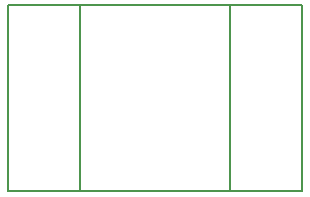
<source format=gto>
G04 #@! TF.FileFunction,Legend,Top*
%FSLAX46Y46*%
G04 Gerber Fmt 4.6, Leading zero omitted, Abs format (unit mm)*
G04 Created by KiCad (PCBNEW 4.0.7) date 04/08/19 09:55:11*
%MOMM*%
%LPD*%
G01*
G04 APERTURE LIST*
%ADD10C,0.100000*%
%ADD11C,0.150000*%
G04 APERTURE END LIST*
D10*
D11*
X116078000Y-164719000D02*
X97282000Y-164719000D01*
X97282000Y-164719000D02*
X97282000Y-163957000D01*
X98806000Y-148971000D02*
X97282000Y-148971000D01*
X97282000Y-148971000D02*
X97282000Y-164211000D01*
X116078000Y-164719000D02*
X116078000Y-148971000D01*
X116078000Y-148971000D02*
X98044000Y-148971000D01*
X109982000Y-164719000D02*
X91186000Y-164719000D01*
X91186000Y-164719000D02*
X91186000Y-163957000D01*
X92710000Y-148971000D02*
X91186000Y-148971000D01*
X91186000Y-148971000D02*
X91186000Y-164211000D01*
X109982000Y-164719000D02*
X109982000Y-148971000D01*
X109982000Y-148971000D02*
X91948000Y-148971000D01*
M02*

</source>
